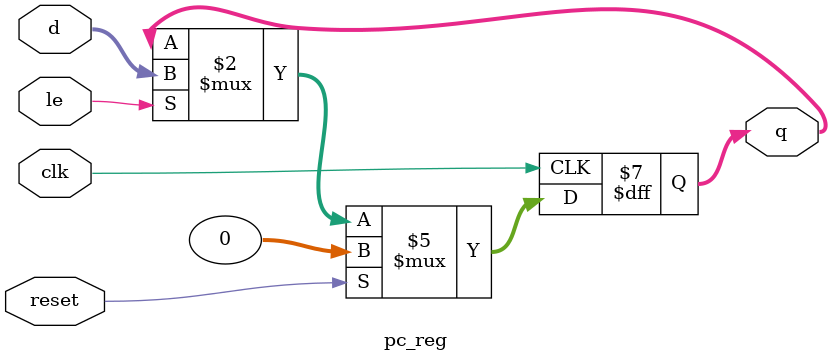
<source format=v>
module pc_reg (
    input  wire        clk,
    input  wire        reset,
    input  wire        le,
    input  wire [31:0] d,
    output reg  [31:0] q
);
    always @(posedge clk) begin
        if (reset)
            q <= 32'd0;
        else if (le)
            q <= d;
    end
endmodule

</source>
